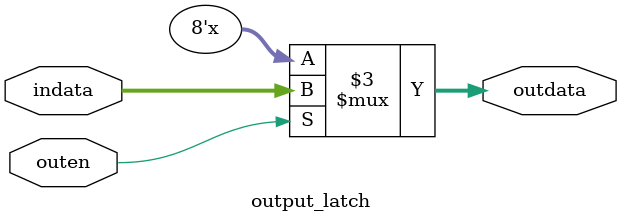
<source format=v>
module output_latch(indata,outen,outdata);
    input[7:0] indata;
    input outen;
    output[7:0] outdata;
    reg[7:0] outdata;

    always @(outen) begin
        if(outen==1'b1) begin
            outdata<=indata;
        end
    end
endmodule
</source>
